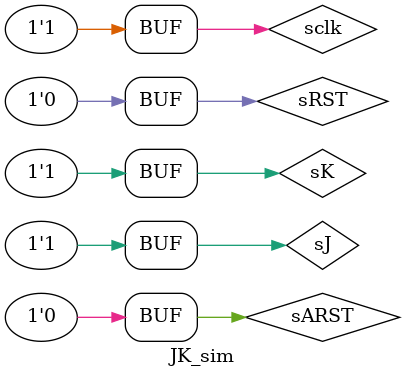
<source format=sv>
`timescale 1ns / 1ps


module JK_sim();

logic sJ,sK,sclk,sRST,sARST,sQ;
JKk_flop UUT(.J(sJ),.K(sK),.clk(sclk),.SRST(sRST),.ARST(sARST),.Q(sQ)
);

initial begin
sclk =0;
sJ=1;
sK=0;
sRST=0;
sARST=0;
#10;
sclk =1;
#10;
sclk =0;
sJ=0;
sK=0;
sRST=0;
sARST=0;
#10;
sclk =1;
#10;
sclk =0;
sJ=0;
sK=1;
sARST=0;
sRST=1;
#10;
sclk=1;
#10;
sclk =0;
sJ=1;
sK=0;
sRST=0;
sARST=0;
#10;
sclk=1;
#10;
sclk =0;
sJ=0;
sK=0;
sRST=0;
sARST=0;
#10;
sclk =1;
sJ=0;
sK=1;
sARST=0;
sARST=0;
#10;
sclk=0;
sJ=0;
sK=1;
sRST=0;
sARST=1;
#10;
sclk=1;
sARST=0;
#10;
sJ=1;
sK=1;
sRST=0;
sARST=0;
sclk=0;
sRST=0;
sARST=0;
#10;
sclk=1;
#10;
end

endmodule

</source>
